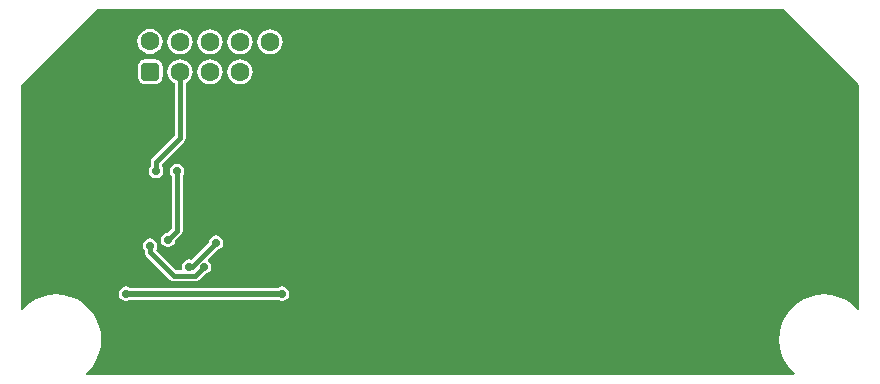
<source format=gbl>
G04*
G04 #@! TF.GenerationSoftware,Altium Limited,Altium Designer,20.1.11 (218)*
G04*
G04 Layer_Physical_Order=2*
G04 Layer_Color=16711680*
%FSLAX25Y25*%
%MOIN*%
G70*
G04*
G04 #@! TF.SameCoordinates,523F0657-F71E-4486-8054-8BA6F8F09657*
G04*
G04*
G04 #@! TF.FilePolarity,Positive*
G04*
G01*
G75*
%ADD43C,0.01575*%
%ADD44C,0.01968*%
G04:AMPARAMS|DCode=47|XSize=62.99mil|YSize=62.99mil|CornerRadius=15.75mil|HoleSize=0mil|Usage=FLASHONLY|Rotation=0.000|XOffset=0mil|YOffset=0mil|HoleType=Round|Shape=RoundedRectangle|*
%AMROUNDEDRECTD47*
21,1,0.06299,0.03150,0,0,0.0*
21,1,0.03150,0.06299,0,0,0.0*
1,1,0.03150,0.01575,-0.01575*
1,1,0.03150,-0.01575,-0.01575*
1,1,0.03150,-0.01575,0.01575*
1,1,0.03150,0.01575,0.01575*
%
%ADD47ROUNDEDRECTD47*%
%ADD48C,0.06299*%
%ADD49C,0.02756*%
G36*
X283431Y100717D02*
Y25741D01*
X282962Y25568D01*
X282276Y26371D01*
X280484Y27902D01*
X278474Y29133D01*
X276296Y30035D01*
X274004Y30586D01*
X271654Y30771D01*
X269303Y30586D01*
X267011Y30035D01*
X264833Y29133D01*
X262823Y27902D01*
X261031Y26371D01*
X259500Y24578D01*
X258268Y22568D01*
X257366Y20390D01*
X256816Y18098D01*
X256631Y15748D01*
X256816Y13398D01*
X257366Y11106D01*
X258268Y8928D01*
X259500Y6918D01*
X261031Y5125D01*
X261833Y4440D01*
X261660Y3971D01*
X25741D01*
X25568Y4440D01*
X26371Y5125D01*
X27902Y6918D01*
X29133Y8928D01*
X30035Y11106D01*
X30586Y13398D01*
X30771Y15748D01*
X30586Y18098D01*
X30035Y20390D01*
X29133Y22568D01*
X27902Y24578D01*
X26371Y26371D01*
X24578Y27902D01*
X22568Y29133D01*
X20390Y30035D01*
X18098Y30586D01*
X15748Y30771D01*
X13398Y30586D01*
X11106Y30035D01*
X8928Y29133D01*
X6918Y27902D01*
X5125Y26371D01*
X4440Y25568D01*
X3971Y25741D01*
Y100717D01*
X29204Y125950D01*
X258198D01*
X283431Y100717D01*
D02*
G37*
%LPC*%
G36*
X47000Y119304D02*
X45917Y119161D01*
X44907Y118743D01*
X44041Y118078D01*
X43375Y117211D01*
X42957Y116201D01*
X42815Y115118D01*
X42957Y114035D01*
X43375Y113025D01*
X44041Y112159D01*
X44907Y111493D01*
X45917Y111075D01*
X47000Y110933D01*
X48083Y111075D01*
X49093Y111493D01*
X49959Y112159D01*
X50625Y113025D01*
X51043Y114035D01*
X51185Y115118D01*
X51043Y116201D01*
X50625Y117211D01*
X49959Y118078D01*
X49093Y118743D01*
X48083Y119161D01*
X47000Y119304D01*
D02*
G37*
G36*
X87000Y119185D02*
X85917Y119043D01*
X84907Y118625D01*
X84040Y117959D01*
X83375Y117093D01*
X82957Y116083D01*
X82815Y115000D01*
X82957Y113917D01*
X83375Y112907D01*
X84040Y112040D01*
X84907Y111375D01*
X85917Y110957D01*
X87000Y110815D01*
X88083Y110957D01*
X89093Y111375D01*
X89960Y112040D01*
X90625Y112907D01*
X91043Y113917D01*
X91185Y115000D01*
X91043Y116083D01*
X90625Y117093D01*
X89960Y117959D01*
X89093Y118625D01*
X88083Y119043D01*
X87000Y119185D01*
D02*
G37*
G36*
X77000D02*
X75917Y119043D01*
X74907Y118625D01*
X74041Y117959D01*
X73375Y117093D01*
X72957Y116083D01*
X72815Y115000D01*
X72957Y113917D01*
X73375Y112907D01*
X74041Y112040D01*
X74907Y111375D01*
X75917Y110957D01*
X77000Y110815D01*
X78083Y110957D01*
X79093Y111375D01*
X79959Y112040D01*
X80625Y112907D01*
X81043Y113917D01*
X81185Y115000D01*
X81043Y116083D01*
X80625Y117093D01*
X79959Y117959D01*
X79093Y118625D01*
X78083Y119043D01*
X77000Y119185D01*
D02*
G37*
G36*
X67000D02*
X65917Y119043D01*
X64907Y118625D01*
X64040Y117959D01*
X63375Y117093D01*
X62957Y116083D01*
X62815Y115000D01*
X62957Y113917D01*
X63375Y112907D01*
X64040Y112040D01*
X64907Y111375D01*
X65917Y110957D01*
X67000Y110815D01*
X68083Y110957D01*
X69093Y111375D01*
X69959Y112040D01*
X70625Y112907D01*
X71043Y113917D01*
X71185Y115000D01*
X71043Y116083D01*
X70625Y117093D01*
X69959Y117959D01*
X69093Y118625D01*
X68083Y119043D01*
X67000Y119185D01*
D02*
G37*
G36*
X57000D02*
X55917Y119043D01*
X54907Y118625D01*
X54040Y117959D01*
X53375Y117093D01*
X52957Y116083D01*
X52815Y115000D01*
X52957Y113917D01*
X53375Y112907D01*
X54040Y112040D01*
X54907Y111375D01*
X55917Y110957D01*
X57000Y110815D01*
X58083Y110957D01*
X59093Y111375D01*
X59960Y112040D01*
X60625Y112907D01*
X61043Y113917D01*
X61185Y115000D01*
X61043Y116083D01*
X60625Y117093D01*
X59960Y117959D01*
X59093Y118625D01*
X58083Y119043D01*
X57000Y119185D01*
D02*
G37*
G36*
X48575Y109172D02*
X45425D01*
X44753Y109083D01*
X44127Y108824D01*
X43589Y108411D01*
X43176Y107873D01*
X42917Y107247D01*
X42828Y106575D01*
Y103425D01*
X42917Y102753D01*
X43176Y102127D01*
X43589Y101589D01*
X44127Y101176D01*
X44753Y100917D01*
X45425Y100828D01*
X48575D01*
X49247Y100917D01*
X49873Y101176D01*
X50411Y101589D01*
X50824Y102127D01*
X51083Y102753D01*
X51172Y103425D01*
Y106575D01*
X51083Y107247D01*
X50824Y107873D01*
X50411Y108411D01*
X49873Y108824D01*
X49247Y109083D01*
X48575Y109172D01*
D02*
G37*
G36*
X77000Y109185D02*
X75917Y109043D01*
X74907Y108625D01*
X74041Y107959D01*
X73375Y107093D01*
X72957Y106083D01*
X72815Y105000D01*
X72957Y103917D01*
X73375Y102907D01*
X74041Y102041D01*
X74907Y101375D01*
X75917Y100957D01*
X77000Y100815D01*
X78083Y100957D01*
X79093Y101375D01*
X79959Y102041D01*
X80625Y102907D01*
X81043Y103917D01*
X81185Y105000D01*
X81043Y106083D01*
X80625Y107093D01*
X79959Y107959D01*
X79093Y108625D01*
X78083Y109043D01*
X77000Y109185D01*
D02*
G37*
G36*
X67000D02*
X65917Y109043D01*
X64907Y108625D01*
X64040Y107959D01*
X63375Y107093D01*
X62957Y106083D01*
X62815Y105000D01*
X62957Y103917D01*
X63375Y102907D01*
X64040Y102041D01*
X64907Y101375D01*
X65917Y100957D01*
X67000Y100815D01*
X68083Y100957D01*
X69093Y101375D01*
X69959Y102041D01*
X70625Y102907D01*
X71043Y103917D01*
X71185Y105000D01*
X71043Y106083D01*
X70625Y107093D01*
X69959Y107959D01*
X69093Y108625D01*
X68083Y109043D01*
X67000Y109185D01*
D02*
G37*
G36*
X57000D02*
X55917Y109043D01*
X54907Y108625D01*
X54040Y107959D01*
X53375Y107093D01*
X52957Y106083D01*
X52815Y105000D01*
X52957Y103917D01*
X53375Y102907D01*
X54040Y102041D01*
X54907Y101375D01*
X55178Y101263D01*
Y83755D01*
X47711Y76289D01*
X47316Y75697D01*
X47178Y75000D01*
X47178Y75000D01*
Y73521D01*
X46760Y72896D01*
X46575Y71969D01*
X46760Y71041D01*
X47286Y70254D01*
X48072Y69728D01*
X49000Y69544D01*
X49928Y69728D01*
X50714Y70254D01*
X51240Y71041D01*
X51424Y71969D01*
X51240Y72896D01*
X50822Y73521D01*
Y74245D01*
X58289Y81711D01*
X58289Y81711D01*
X58684Y82303D01*
X58822Y83000D01*
X58822Y83000D01*
Y101263D01*
X59093Y101375D01*
X59960Y102041D01*
X60625Y102907D01*
X61043Y103917D01*
X61185Y105000D01*
X61043Y106083D01*
X60625Y107093D01*
X59960Y107959D01*
X59093Y108625D01*
X58083Y109043D01*
X57000Y109185D01*
D02*
G37*
G36*
X56000Y74393D02*
X55072Y74208D01*
X54286Y73683D01*
X53760Y72896D01*
X53575Y71969D01*
X53760Y71041D01*
X54178Y70416D01*
Y52755D01*
X52809Y51387D01*
X52072Y51240D01*
X51286Y50714D01*
X50760Y49928D01*
X50576Y49000D01*
X50760Y48072D01*
X51286Y47286D01*
X52072Y46760D01*
X53000Y46575D01*
X53928Y46760D01*
X54714Y47286D01*
X55240Y48072D01*
X55387Y48809D01*
X57289Y50711D01*
X57684Y51303D01*
X57822Y52000D01*
X57822Y52000D01*
Y70416D01*
X58240Y71041D01*
X58425Y71969D01*
X58240Y72896D01*
X57714Y73683D01*
X56928Y74208D01*
X56000Y74393D01*
D02*
G37*
G36*
X69000Y50424D02*
X68072Y50240D01*
X67286Y49714D01*
X66760Y48928D01*
X66613Y48191D01*
X60707Y42284D01*
X60000Y42424D01*
X59072Y42240D01*
X58286Y41714D01*
X57760Y40928D01*
X57576Y40000D01*
X57710Y39322D01*
X57371Y38822D01*
X55755D01*
X48946Y45632D01*
X49240Y46072D01*
X49424Y47000D01*
X49240Y47928D01*
X48714Y48714D01*
X47928Y49240D01*
X47000Y49424D01*
X46072Y49240D01*
X45286Y48714D01*
X44760Y47928D01*
X44576Y47000D01*
X44760Y46072D01*
X45178Y45447D01*
Y45000D01*
X45178Y45000D01*
X45316Y44303D01*
X45711Y43711D01*
X53711Y35711D01*
X53711Y35711D01*
X54303Y35316D01*
X55000Y35178D01*
X55000Y35178D01*
X62000D01*
X62000Y35178D01*
X62697Y35316D01*
X63289Y35711D01*
X65191Y37613D01*
X65928Y37760D01*
X66714Y38286D01*
X67240Y39072D01*
X67424Y40000D01*
X67240Y40928D01*
X66714Y41714D01*
X66285Y42001D01*
X66222Y42645D01*
X69191Y45613D01*
X69928Y45760D01*
X70714Y46286D01*
X71240Y47072D01*
X71425Y48000D01*
X71240Y48928D01*
X70714Y49714D01*
X69928Y50240D01*
X69000Y50424D01*
D02*
G37*
G36*
X91000Y33424D02*
X90072Y33240D01*
X89748Y33023D01*
X40252D01*
X39928Y33240D01*
X39000Y33424D01*
X38072Y33240D01*
X37286Y32714D01*
X36760Y31928D01*
X36575Y31000D01*
X36760Y30072D01*
X37286Y29286D01*
X38072Y28760D01*
X39000Y28576D01*
X39928Y28760D01*
X40252Y28977D01*
X89748D01*
X90072Y28760D01*
X91000Y28576D01*
X91928Y28760D01*
X92714Y29286D01*
X93240Y30072D01*
X93424Y31000D01*
X93240Y31928D01*
X92714Y32714D01*
X91928Y33240D01*
X91000Y33424D01*
D02*
G37*
%LPD*%
D43*
X47000Y45000D02*
Y47000D01*
Y45000D02*
X55000Y37000D01*
X62000D01*
X65000Y40000D01*
X60000D02*
X61000D01*
X69000Y48000D01*
X53000Y49000D02*
X56000Y52000D01*
Y71969D01*
X49000Y71969D02*
Y75000D01*
X57000Y83000D02*
Y105000D01*
X49000Y75000D02*
X57000Y83000D01*
D44*
X39000Y31000D02*
X91000D01*
D47*
X47000Y105000D02*
D03*
D48*
Y115118D02*
D03*
X57000Y105000D02*
D03*
Y115000D02*
D03*
X67000Y105000D02*
D03*
Y115000D02*
D03*
X77000Y105000D02*
D03*
Y115000D02*
D03*
X87000Y105000D02*
D03*
Y115000D02*
D03*
D49*
X212000Y98000D02*
D03*
X216000Y61000D02*
D03*
X129000Y106000D02*
D03*
X142000D02*
D03*
X60000Y40000D02*
D03*
X67000Y52000D02*
D03*
X47000Y47000D02*
D03*
X65000Y40000D02*
D03*
X69000Y48000D02*
D03*
X91000Y31000D02*
D03*
X53000Y49000D02*
D03*
X56000Y71969D02*
D03*
X102000Y20000D02*
D03*
X82000D02*
D03*
X76000D02*
D03*
X68000D02*
D03*
X60000D02*
D03*
X39000Y31000D02*
D03*
X57000Y46000D02*
D03*
X49000Y71969D02*
D03*
X28000Y59000D02*
D03*
X40000Y64000D02*
D03*
X203000Y6000D02*
D03*
X210000Y103000D02*
D03*
X32000Y27000D02*
D03*
X43000Y40000D02*
D03*
X28000Y79000D02*
D03*
X83000Y58000D02*
D03*
X162000Y56000D02*
D03*
X127000Y94000D02*
D03*
X42000Y79000D02*
D03*
X50000Y63000D02*
D03*
X227000Y14000D02*
D03*
X257000Y6000D02*
D03*
X281000Y31000D02*
D03*
Y100000D02*
D03*
X255000Y102000D02*
D03*
X257000Y123000D02*
D03*
X169000Y49000D02*
D03*
X252000Y38000D02*
D03*
X197000Y118000D02*
D03*
X189000Y10000D02*
D03*
X198000Y19000D02*
D03*
X176000Y118000D02*
D03*
X121000Y11000D02*
D03*
Y44000D02*
D03*
X166000Y103000D02*
D03*
X155000Y73000D02*
D03*
X76000Y79000D02*
D03*
X50000Y20000D02*
D03*
X212000Y33000D02*
D03*
X210000Y123000D02*
D03*
X95000Y20000D02*
D03*
M02*

</source>
